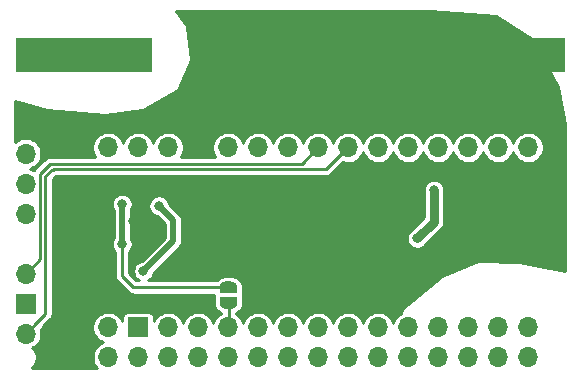
<source format=gbr>
G04 #@! TF.GenerationSoftware,KiCad,Pcbnew,5.1.5+dfsg1-2build2*
G04 #@! TF.CreationDate,2021-06-15T05:03:55+02:00*
G04 #@! TF.ProjectId,circuit9,63697263-7569-4743-992e-6b696361645f,rev?*
G04 #@! TF.SameCoordinates,Original*
G04 #@! TF.FileFunction,Copper,L2,Bot*
G04 #@! TF.FilePolarity,Positive*
%FSLAX46Y46*%
G04 Gerber Fmt 4.6, Leading zero omitted, Abs format (unit mm)*
G04 Created by KiCad (PCBNEW 5.1.5+dfsg1-2build2) date 2021-06-15 05:03:55*
%MOMM*%
%LPD*%
G04 APERTURE LIST*
%ADD10O,1.700000X1.700000*%
%ADD11R,1.700000X1.700000*%
%ADD12R,6.000000X3.000000*%
%ADD13C,0.100000*%
%ADD14C,0.800000*%
%ADD15C,1.000000*%
%ADD16C,0.500000*%
%ADD17C,0.250000*%
%ADD18C,0.800000*%
%ADD19C,0.254000*%
G04 APERTURE END LIST*
D10*
X67056000Y-50457100D03*
X64516000Y-50457100D03*
X61976000Y-50457100D03*
X59436000Y-50457100D03*
X56896000Y-50457100D03*
X54356000Y-50457100D03*
X51816000Y-50457100D03*
X49276000Y-50457100D03*
X46736000Y-50457100D03*
X44196000Y-50457100D03*
X41656000Y-50457100D03*
X39116000Y-50457100D03*
X36576000Y-50457100D03*
D11*
X34036000Y-50457100D03*
D10*
X31496000Y-50457100D03*
X67056000Y-35217100D03*
X64516000Y-35217100D03*
X61976000Y-35217100D03*
X59436000Y-35217100D03*
X56896000Y-35217100D03*
X54356000Y-35217100D03*
X51816000Y-35217100D03*
X49276000Y-35217100D03*
X46736000Y-35217100D03*
X44196000Y-35217100D03*
X41656000Y-35217100D03*
D11*
X39116000Y-35217100D03*
D10*
X36576000Y-35217100D03*
X34036000Y-35217100D03*
X31496000Y-35217100D03*
D12*
X61624400Y-27355800D03*
X32224400Y-27355800D03*
X67224400Y-27355800D03*
X26624400Y-27355800D03*
D10*
X24521160Y-40815260D03*
X24521160Y-38275260D03*
X24521160Y-35735260D03*
G04 #@! TA.AperFunction,SMDPad,CuDef*
D13*
G36*
X42431400Y-47866440D02*
G01*
X42431400Y-48366440D01*
X42430798Y-48366440D01*
X42430798Y-48390974D01*
X42425988Y-48439805D01*
X42416416Y-48487930D01*
X42402172Y-48534885D01*
X42383395Y-48580218D01*
X42360264Y-48623491D01*
X42333004Y-48664290D01*
X42301876Y-48702219D01*
X42267179Y-48736916D01*
X42229250Y-48768044D01*
X42188451Y-48795304D01*
X42145178Y-48818435D01*
X42099845Y-48837212D01*
X42052890Y-48851456D01*
X42004765Y-48861028D01*
X41955934Y-48865838D01*
X41931400Y-48865838D01*
X41931400Y-48866440D01*
X41431400Y-48866440D01*
X41431400Y-48865838D01*
X41406866Y-48865838D01*
X41358035Y-48861028D01*
X41309910Y-48851456D01*
X41262955Y-48837212D01*
X41217622Y-48818435D01*
X41174349Y-48795304D01*
X41133550Y-48768044D01*
X41095621Y-48736916D01*
X41060924Y-48702219D01*
X41029796Y-48664290D01*
X41002536Y-48623491D01*
X40979405Y-48580218D01*
X40960628Y-48534885D01*
X40946384Y-48487930D01*
X40936812Y-48439805D01*
X40932002Y-48390974D01*
X40932002Y-48366440D01*
X40931400Y-48366440D01*
X40931400Y-47866440D01*
X42431400Y-47866440D01*
G37*
G04 #@! TD.AperFunction*
G04 #@! TA.AperFunction,SMDPad,CuDef*
G36*
X40932002Y-47066440D02*
G01*
X40932002Y-47041906D01*
X40936812Y-46993075D01*
X40946384Y-46944950D01*
X40960628Y-46897995D01*
X40979405Y-46852662D01*
X41002536Y-46809389D01*
X41029796Y-46768590D01*
X41060924Y-46730661D01*
X41095621Y-46695964D01*
X41133550Y-46664836D01*
X41174349Y-46637576D01*
X41217622Y-46614445D01*
X41262955Y-46595668D01*
X41309910Y-46581424D01*
X41358035Y-46571852D01*
X41406866Y-46567042D01*
X41431400Y-46567042D01*
X41431400Y-46566440D01*
X41931400Y-46566440D01*
X41931400Y-46567042D01*
X41955934Y-46567042D01*
X42004765Y-46571852D01*
X42052890Y-46581424D01*
X42099845Y-46595668D01*
X42145178Y-46614445D01*
X42188451Y-46637576D01*
X42229250Y-46664836D01*
X42267179Y-46695964D01*
X42301876Y-46730661D01*
X42333004Y-46768590D01*
X42360264Y-46809389D01*
X42383395Y-46852662D01*
X42402172Y-46897995D01*
X42416416Y-46944950D01*
X42425988Y-46993075D01*
X42430798Y-47041906D01*
X42430798Y-47066440D01*
X42431400Y-47066440D01*
X42431400Y-47566440D01*
X40931400Y-47566440D01*
X40931400Y-47066440D01*
X40932002Y-47066440D01*
G37*
G04 #@! TD.AperFunction*
D10*
X24528780Y-45892720D03*
D11*
X24528780Y-48432720D03*
D10*
X24528780Y-50972720D03*
X67063620Y-52984400D03*
X64523620Y-52984400D03*
X61983620Y-52984400D03*
X59443620Y-52984400D03*
X56903620Y-52984400D03*
X54363620Y-52984400D03*
X51823620Y-52984400D03*
X49283620Y-52984400D03*
X46743620Y-52984400D03*
X44203620Y-52984400D03*
X41663620Y-52984400D03*
X39123620Y-52984400D03*
X36583620Y-52984400D03*
X34043620Y-52984400D03*
X31503620Y-52984400D03*
D11*
X28963620Y-52984400D03*
X26423620Y-52984400D03*
D14*
X30332680Y-41910000D03*
X31186120Y-41904920D03*
X63931800Y-38836600D03*
X28917900Y-41899840D03*
X28079700Y-41899840D03*
X34767520Y-41473120D03*
X33639760Y-41462960D03*
X36009580Y-42621200D03*
X57302400Y-44678600D03*
X56286400Y-44678600D03*
X35778440Y-40147240D03*
X34490660Y-45674280D03*
X59093100Y-38823900D03*
X57658000Y-42926000D03*
X32697600Y-40005000D03*
X32697600Y-43400800D03*
D15*
X68123562Y-28487819D02*
X68169724Y-28417904D01*
X67806995Y-28804386D02*
X68123562Y-28487819D01*
X62072986Y-28804386D02*
X67806995Y-28804386D01*
X60624400Y-27355800D02*
X62072986Y-28804386D01*
X33224400Y-27355800D02*
X25624400Y-27355800D01*
D16*
X35778440Y-40147240D02*
X37005260Y-41374060D01*
X37005260Y-43159680D02*
X34490660Y-45674280D01*
X37005260Y-41374060D02*
X37005260Y-43159680D01*
D17*
X41691560Y-48208720D02*
X41691560Y-50274220D01*
D18*
X59093100Y-38823900D02*
X59093100Y-41490900D01*
X59093100Y-41490900D02*
X57658000Y-42926000D01*
X57658000Y-42926000D02*
X57658000Y-42926000D01*
D17*
X47889160Y-36603940D02*
X26576020Y-36603940D01*
X49276000Y-35217100D02*
X47889160Y-36603940D01*
X26576020Y-36603940D02*
X25742900Y-37437060D01*
X25742900Y-44678600D02*
X24528780Y-45892720D01*
X25742900Y-37437060D02*
X25742900Y-44678600D01*
X51816000Y-35217100D02*
X49962150Y-37070950D01*
X26854720Y-37109400D02*
X26706970Y-37109400D01*
X26893170Y-37070950D02*
X26854720Y-37109400D01*
X49962150Y-37070950D02*
X26893170Y-37070950D01*
X25378779Y-50122721D02*
X24528780Y-50972720D01*
X26192910Y-49308590D02*
X25378779Y-50122721D01*
X26192910Y-37623460D02*
X26192910Y-49308590D01*
X26706970Y-37109400D02*
X26192910Y-37623460D01*
D16*
X32697600Y-40403600D02*
X32697600Y-43400800D01*
D17*
X41681400Y-47066440D02*
X33632140Y-47066440D01*
X32697600Y-46131900D02*
X33632140Y-47066440D01*
X32697600Y-43400800D02*
X32697600Y-46131900D01*
D16*
X32697600Y-40005000D02*
X32697600Y-40403600D01*
D19*
G36*
X64358926Y-24088904D02*
G01*
X67353834Y-26073031D01*
X67549053Y-26422889D01*
X67532056Y-26415849D01*
X67317685Y-26373208D01*
X67099115Y-26373208D01*
X66884744Y-26415849D01*
X66682811Y-26499492D01*
X66501076Y-26620923D01*
X66346523Y-26775476D01*
X66225092Y-26957211D01*
X66141449Y-27159144D01*
X66098808Y-27373515D01*
X66098808Y-27592085D01*
X66141449Y-27806456D01*
X66225092Y-28008389D01*
X66346523Y-28190124D01*
X66501076Y-28344677D01*
X66682811Y-28466108D01*
X66884744Y-28549751D01*
X67099115Y-28592392D01*
X67317685Y-28592392D01*
X67532056Y-28549751D01*
X67733989Y-28466108D01*
X67915724Y-28344677D01*
X68070277Y-28190124D01*
X68191708Y-28008389D01*
X68275351Y-27806456D01*
X68287367Y-27746048D01*
X69589597Y-30079820D01*
X70212000Y-33233760D01*
X70212001Y-45694101D01*
X66314052Y-44907172D01*
X66290824Y-44904674D01*
X62902464Y-44853874D01*
X62877654Y-44855943D01*
X62853444Y-44862923D01*
X59795284Y-46084663D01*
X59773181Y-46096121D01*
X59761133Y-46105005D01*
X56421033Y-48886305D01*
X56403555Y-48904035D01*
X56389871Y-48924834D01*
X56380508Y-48947903D01*
X56376572Y-48965973D01*
X56335666Y-49252864D01*
X56267430Y-49281128D01*
X56050087Y-49426352D01*
X55865252Y-49611187D01*
X55720028Y-49828530D01*
X55626000Y-50055533D01*
X55531972Y-49828530D01*
X55386748Y-49611187D01*
X55201913Y-49426352D01*
X54984570Y-49281128D01*
X54743072Y-49181096D01*
X54486698Y-49130100D01*
X54225302Y-49130100D01*
X53968928Y-49181096D01*
X53727430Y-49281128D01*
X53510087Y-49426352D01*
X53325252Y-49611187D01*
X53180028Y-49828530D01*
X53086000Y-50055533D01*
X52991972Y-49828530D01*
X52846748Y-49611187D01*
X52661913Y-49426352D01*
X52444570Y-49281128D01*
X52203072Y-49181096D01*
X51946698Y-49130100D01*
X51685302Y-49130100D01*
X51428928Y-49181096D01*
X51187430Y-49281128D01*
X50970087Y-49426352D01*
X50785252Y-49611187D01*
X50640028Y-49828530D01*
X50546000Y-50055533D01*
X50451972Y-49828530D01*
X50306748Y-49611187D01*
X50121913Y-49426352D01*
X49904570Y-49281128D01*
X49663072Y-49181096D01*
X49406698Y-49130100D01*
X49145302Y-49130100D01*
X48888928Y-49181096D01*
X48647430Y-49281128D01*
X48430087Y-49426352D01*
X48245252Y-49611187D01*
X48100028Y-49828530D01*
X48006000Y-50055533D01*
X47911972Y-49828530D01*
X47766748Y-49611187D01*
X47581913Y-49426352D01*
X47364570Y-49281128D01*
X47123072Y-49181096D01*
X46866698Y-49130100D01*
X46605302Y-49130100D01*
X46348928Y-49181096D01*
X46107430Y-49281128D01*
X45890087Y-49426352D01*
X45705252Y-49611187D01*
X45560028Y-49828530D01*
X45466000Y-50055533D01*
X45371972Y-49828530D01*
X45226748Y-49611187D01*
X45041913Y-49426352D01*
X44824570Y-49281128D01*
X44583072Y-49181096D01*
X44326698Y-49130100D01*
X44065302Y-49130100D01*
X43808928Y-49181096D01*
X43567430Y-49281128D01*
X43350087Y-49426352D01*
X43165252Y-49611187D01*
X43020028Y-49828530D01*
X42926000Y-50055533D01*
X42831972Y-49828530D01*
X42686748Y-49611187D01*
X42501913Y-49426352D01*
X42293560Y-49287135D01*
X42293560Y-49273818D01*
X42350519Y-49250225D01*
X42433388Y-49205931D01*
X42514887Y-49151475D01*
X42587519Y-49091867D01*
X42656827Y-49022559D01*
X42716435Y-48949927D01*
X42770891Y-48868428D01*
X42815185Y-48785559D01*
X42852694Y-48695003D01*
X42879968Y-48605090D01*
X42899090Y-48508957D01*
X42908300Y-48415449D01*
X42908300Y-48390888D01*
X42910708Y-48366440D01*
X42910708Y-47866440D01*
X42901498Y-47772932D01*
X42884362Y-47716440D01*
X42901498Y-47659948D01*
X42910708Y-47566440D01*
X42910708Y-47066440D01*
X42908300Y-47041992D01*
X42908300Y-47017431D01*
X42899090Y-46923923D01*
X42879968Y-46827790D01*
X42852694Y-46737877D01*
X42815185Y-46647321D01*
X42770891Y-46564452D01*
X42716435Y-46482953D01*
X42656827Y-46410321D01*
X42587519Y-46341013D01*
X42514887Y-46281405D01*
X42433388Y-46226949D01*
X42350519Y-46182655D01*
X42259963Y-46145146D01*
X42170050Y-46117872D01*
X42073917Y-46098750D01*
X41980409Y-46089540D01*
X41955848Y-46089540D01*
X41931400Y-46087132D01*
X41431400Y-46087132D01*
X41406952Y-46089540D01*
X41382391Y-46089540D01*
X41288883Y-46098750D01*
X41192750Y-46117872D01*
X41102837Y-46145146D01*
X41012281Y-46182655D01*
X40929412Y-46226949D01*
X40847913Y-46281405D01*
X40775281Y-46341013D01*
X40705973Y-46410321D01*
X40661558Y-46464440D01*
X34874755Y-46464440D01*
X34906075Y-46451467D01*
X35049715Y-46355490D01*
X35171870Y-46233335D01*
X35267847Y-46089695D01*
X35333957Y-45930091D01*
X35351581Y-45841491D01*
X37494072Y-43699001D01*
X37521814Y-43676234D01*
X37612663Y-43565533D01*
X37680170Y-43439237D01*
X37721740Y-43302197D01*
X37732260Y-43195388D01*
X37732260Y-43195386D01*
X37735777Y-43159681D01*
X37732260Y-43123975D01*
X37732260Y-42926000D01*
X56776757Y-42926000D01*
X56781000Y-42969079D01*
X56781000Y-43012377D01*
X56789447Y-43054842D01*
X56793690Y-43097922D01*
X56806256Y-43139348D01*
X56814703Y-43181811D01*
X56831271Y-43221811D01*
X56843838Y-43263237D01*
X56864245Y-43301415D01*
X56880813Y-43341415D01*
X56904866Y-43377413D01*
X56925273Y-43415592D01*
X56952737Y-43449057D01*
X56976790Y-43485055D01*
X57007403Y-43515668D01*
X57034867Y-43549133D01*
X57068332Y-43576597D01*
X57098945Y-43607210D01*
X57134943Y-43631263D01*
X57168408Y-43658727D01*
X57206587Y-43679134D01*
X57242585Y-43703187D01*
X57282585Y-43719755D01*
X57320763Y-43740162D01*
X57362189Y-43752729D01*
X57402189Y-43769297D01*
X57444653Y-43777744D01*
X57486078Y-43790310D01*
X57529158Y-43794553D01*
X57571623Y-43803000D01*
X57614921Y-43803000D01*
X57658000Y-43807243D01*
X57701079Y-43803000D01*
X57744377Y-43803000D01*
X57786842Y-43794553D01*
X57829922Y-43790310D01*
X57871348Y-43777744D01*
X57913811Y-43769297D01*
X57953811Y-43752729D01*
X57995237Y-43740162D01*
X58033415Y-43719755D01*
X58073415Y-43703187D01*
X58109413Y-43679134D01*
X58147592Y-43658727D01*
X58181057Y-43631263D01*
X58217055Y-43607210D01*
X58247668Y-43576597D01*
X58281133Y-43549133D01*
X58308597Y-43515668D01*
X58339210Y-43485055D01*
X59682774Y-42141492D01*
X59716233Y-42114033D01*
X59825827Y-41980492D01*
X59907262Y-41828137D01*
X59957410Y-41662822D01*
X59957573Y-41661173D01*
X59974343Y-41490900D01*
X59970100Y-41447821D01*
X59970100Y-38737523D01*
X59961653Y-38695058D01*
X59957410Y-38651978D01*
X59944844Y-38610552D01*
X59936397Y-38568089D01*
X59919829Y-38528089D01*
X59907262Y-38486663D01*
X59886855Y-38448485D01*
X59870287Y-38408485D01*
X59846234Y-38372487D01*
X59825827Y-38334308D01*
X59798363Y-38300843D01*
X59774310Y-38264845D01*
X59743697Y-38234232D01*
X59716233Y-38200767D01*
X59682769Y-38173304D01*
X59652155Y-38142690D01*
X59616153Y-38118634D01*
X59582691Y-38091173D01*
X59544517Y-38070769D01*
X59508515Y-38046713D01*
X59468511Y-38030143D01*
X59430336Y-38009738D01*
X59388914Y-37997173D01*
X59348911Y-37980603D01*
X59306445Y-37972156D01*
X59265021Y-37959590D01*
X59221943Y-37955347D01*
X59179477Y-37946900D01*
X59136179Y-37946900D01*
X59093100Y-37942657D01*
X59050021Y-37946900D01*
X59006723Y-37946900D01*
X58964258Y-37955347D01*
X58921178Y-37959590D01*
X58879752Y-37972156D01*
X58837289Y-37980603D01*
X58797289Y-37997171D01*
X58755863Y-38009738D01*
X58717685Y-38030145D01*
X58677685Y-38046713D01*
X58641687Y-38070766D01*
X58603508Y-38091173D01*
X58570043Y-38118637D01*
X58534045Y-38142690D01*
X58503432Y-38173303D01*
X58469967Y-38200767D01*
X58442504Y-38234231D01*
X58411890Y-38264845D01*
X58387834Y-38300847D01*
X58360373Y-38334309D01*
X58339969Y-38372483D01*
X58315913Y-38408485D01*
X58299343Y-38448489D01*
X58278938Y-38486664D01*
X58266373Y-38528086D01*
X58249803Y-38568089D01*
X58241356Y-38610555D01*
X58228790Y-38651979D01*
X58224547Y-38695057D01*
X58216100Y-38737523D01*
X58216100Y-38780822D01*
X58216101Y-41127633D01*
X57098945Y-42244790D01*
X57068332Y-42275403D01*
X57034867Y-42302867D01*
X57007406Y-42336329D01*
X56976790Y-42366945D01*
X56952737Y-42402943D01*
X56925273Y-42436408D01*
X56904866Y-42474587D01*
X56880813Y-42510585D01*
X56864245Y-42550585D01*
X56843838Y-42588763D01*
X56831271Y-42630189D01*
X56814703Y-42670189D01*
X56806256Y-42712652D01*
X56793690Y-42754078D01*
X56789447Y-42797158D01*
X56781000Y-42839623D01*
X56781000Y-42882921D01*
X56776757Y-42926000D01*
X37732260Y-42926000D01*
X37732260Y-41409765D01*
X37735777Y-41374059D01*
X37732260Y-41338352D01*
X37721740Y-41231543D01*
X37680170Y-41094503D01*
X37612663Y-40968207D01*
X37521813Y-40857506D01*
X37494076Y-40834743D01*
X36639361Y-39980028D01*
X36621737Y-39891429D01*
X36555627Y-39731825D01*
X36459650Y-39588185D01*
X36337495Y-39466030D01*
X36193855Y-39370053D01*
X36034251Y-39303943D01*
X35864817Y-39270240D01*
X35692063Y-39270240D01*
X35522629Y-39303943D01*
X35363025Y-39370053D01*
X35219385Y-39466030D01*
X35097230Y-39588185D01*
X35001253Y-39731825D01*
X34935143Y-39891429D01*
X34901440Y-40060863D01*
X34901440Y-40233617D01*
X34935143Y-40403051D01*
X35001253Y-40562655D01*
X35097230Y-40706295D01*
X35219385Y-40828450D01*
X35363025Y-40924427D01*
X35522629Y-40990537D01*
X35611228Y-41008161D01*
X36278260Y-41675193D01*
X36278261Y-42858546D01*
X34323449Y-44813359D01*
X34234849Y-44830983D01*
X34075245Y-44897093D01*
X33931605Y-44993070D01*
X33809450Y-45115225D01*
X33713473Y-45258865D01*
X33647363Y-45418469D01*
X33613660Y-45587903D01*
X33613660Y-45760657D01*
X33647363Y-45930091D01*
X33713473Y-46089695D01*
X33809450Y-46233335D01*
X33931605Y-46355490D01*
X34075245Y-46451467D01*
X34106565Y-46464440D01*
X33881497Y-46464440D01*
X33299600Y-45882545D01*
X33299600Y-44039065D01*
X33378810Y-43959855D01*
X33474787Y-43816215D01*
X33540897Y-43656611D01*
X33574600Y-43487177D01*
X33574600Y-43314423D01*
X33540897Y-43144989D01*
X33474787Y-42985385D01*
X33424600Y-42910275D01*
X33424600Y-40495525D01*
X33474787Y-40420415D01*
X33540897Y-40260811D01*
X33574600Y-40091377D01*
X33574600Y-39918623D01*
X33540897Y-39749189D01*
X33474787Y-39589585D01*
X33378810Y-39445945D01*
X33256655Y-39323790D01*
X33113015Y-39227813D01*
X32953411Y-39161703D01*
X32783977Y-39128000D01*
X32611223Y-39128000D01*
X32441789Y-39161703D01*
X32282185Y-39227813D01*
X32138545Y-39323790D01*
X32016390Y-39445945D01*
X31920413Y-39589585D01*
X31854303Y-39749189D01*
X31820600Y-39918623D01*
X31820600Y-40091377D01*
X31854303Y-40260811D01*
X31920413Y-40420415D01*
X31970600Y-40495525D01*
X31970601Y-42910273D01*
X31920413Y-42985385D01*
X31854303Y-43144989D01*
X31820600Y-43314423D01*
X31820600Y-43487177D01*
X31854303Y-43656611D01*
X31920413Y-43816215D01*
X32016390Y-43959855D01*
X32095600Y-44039065D01*
X32095601Y-46102334D01*
X32092689Y-46131900D01*
X32104312Y-46249912D01*
X32138734Y-46363389D01*
X32194635Y-46467971D01*
X32218977Y-46497631D01*
X32269864Y-46559637D01*
X32292829Y-46578484D01*
X33185560Y-47471217D01*
X33204403Y-47494177D01*
X33227363Y-47513020D01*
X33227367Y-47513024D01*
X33283056Y-47558726D01*
X33296069Y-47569406D01*
X33400650Y-47625306D01*
X33514128Y-47659729D01*
X33602574Y-47668440D01*
X33602583Y-47668440D01*
X33632139Y-47671351D01*
X33661696Y-47668440D01*
X40463878Y-47668440D01*
X40478438Y-47716440D01*
X40461302Y-47772932D01*
X40452092Y-47866440D01*
X40452092Y-48366440D01*
X40454500Y-48390888D01*
X40454500Y-48415449D01*
X40463710Y-48508957D01*
X40482832Y-48605090D01*
X40510106Y-48695003D01*
X40547615Y-48785559D01*
X40591909Y-48868428D01*
X40646365Y-48949927D01*
X40705973Y-49022559D01*
X40775281Y-49091867D01*
X40847913Y-49151475D01*
X40929412Y-49205931D01*
X41012281Y-49250225D01*
X41057159Y-49268814D01*
X41027430Y-49281128D01*
X40810087Y-49426352D01*
X40625252Y-49611187D01*
X40480028Y-49828530D01*
X40386000Y-50055533D01*
X40291972Y-49828530D01*
X40146748Y-49611187D01*
X39961913Y-49426352D01*
X39744570Y-49281128D01*
X39503072Y-49181096D01*
X39246698Y-49130100D01*
X38985302Y-49130100D01*
X38728928Y-49181096D01*
X38487430Y-49281128D01*
X38270087Y-49426352D01*
X38085252Y-49611187D01*
X37940028Y-49828530D01*
X37846000Y-50055533D01*
X37751972Y-49828530D01*
X37606748Y-49611187D01*
X37421913Y-49426352D01*
X37204570Y-49281128D01*
X36963072Y-49181096D01*
X36706698Y-49130100D01*
X36445302Y-49130100D01*
X36188928Y-49181096D01*
X35947430Y-49281128D01*
X35730087Y-49426352D01*
X35545252Y-49611187D01*
X35400028Y-49828530D01*
X35365307Y-49912354D01*
X35365307Y-49607100D01*
X35356097Y-49513592D01*
X35328822Y-49423677D01*
X35284529Y-49340811D01*
X35224921Y-49268179D01*
X35152289Y-49208571D01*
X35069423Y-49164278D01*
X34979508Y-49137003D01*
X34886000Y-49127793D01*
X33186000Y-49127793D01*
X33092492Y-49137003D01*
X33002577Y-49164278D01*
X32919711Y-49208571D01*
X32847079Y-49268179D01*
X32787471Y-49340811D01*
X32743178Y-49423677D01*
X32715903Y-49513592D01*
X32706693Y-49607100D01*
X32706693Y-49912354D01*
X32671972Y-49828530D01*
X32526748Y-49611187D01*
X32341913Y-49426352D01*
X32124570Y-49281128D01*
X31883072Y-49181096D01*
X31626698Y-49130100D01*
X31365302Y-49130100D01*
X31108928Y-49181096D01*
X30867430Y-49281128D01*
X30650087Y-49426352D01*
X30465252Y-49611187D01*
X30320028Y-49828530D01*
X30219996Y-50070028D01*
X30169000Y-50326402D01*
X30169000Y-50587798D01*
X30219996Y-50844172D01*
X30320028Y-51085670D01*
X30465252Y-51303013D01*
X30650087Y-51487848D01*
X30867430Y-51633072D01*
X31082913Y-51722328D01*
X30875050Y-51808428D01*
X30657707Y-51953652D01*
X30472872Y-52138487D01*
X30327648Y-52355830D01*
X30227616Y-52597328D01*
X30176620Y-52853702D01*
X30176620Y-53115098D01*
X30227616Y-53371472D01*
X30327648Y-53612970D01*
X30472872Y-53830313D01*
X30573159Y-53930600D01*
X25082894Y-53930600D01*
X25076516Y-53801124D01*
X25185916Y-53691724D01*
X25307347Y-53509989D01*
X25390990Y-53308056D01*
X25433631Y-53093685D01*
X25433631Y-52875115D01*
X25390990Y-52660744D01*
X25307347Y-52458811D01*
X25185916Y-52277076D01*
X25086768Y-52177928D01*
X25157350Y-52148692D01*
X25374693Y-52003468D01*
X25559528Y-51818633D01*
X25704752Y-51601290D01*
X25804784Y-51359792D01*
X25855780Y-51103418D01*
X25855780Y-50842022D01*
X25815294Y-50638483D01*
X26077408Y-50275447D01*
X26597687Y-49755170D01*
X26620647Y-49736327D01*
X26639490Y-49713367D01*
X26639494Y-49713363D01*
X26695875Y-49644662D01*
X26751776Y-49540080D01*
X26759811Y-49513592D01*
X26786199Y-49426602D01*
X26794910Y-49338156D01*
X26794910Y-49338147D01*
X26797821Y-49308591D01*
X26794910Y-49279034D01*
X26794910Y-37872815D01*
X26964196Y-37703530D01*
X26972732Y-37702689D01*
X27070769Y-37672950D01*
X49932594Y-37672950D01*
X49962150Y-37675861D01*
X49991706Y-37672950D01*
X49991716Y-37672950D01*
X50080162Y-37664239D01*
X50193640Y-37629816D01*
X50298221Y-37573916D01*
X50389887Y-37498687D01*
X50408739Y-37475716D01*
X51402357Y-36482098D01*
X51428928Y-36493104D01*
X51685302Y-36544100D01*
X51946698Y-36544100D01*
X52203072Y-36493104D01*
X52444570Y-36393072D01*
X52661913Y-36247848D01*
X52846748Y-36063013D01*
X52991972Y-35845670D01*
X53086000Y-35618667D01*
X53180028Y-35845670D01*
X53325252Y-36063013D01*
X53510087Y-36247848D01*
X53727430Y-36393072D01*
X53968928Y-36493104D01*
X54225302Y-36544100D01*
X54486698Y-36544100D01*
X54743072Y-36493104D01*
X54984570Y-36393072D01*
X55201913Y-36247848D01*
X55386748Y-36063013D01*
X55531972Y-35845670D01*
X55626000Y-35618667D01*
X55720028Y-35845670D01*
X55865252Y-36063013D01*
X56050087Y-36247848D01*
X56267430Y-36393072D01*
X56508928Y-36493104D01*
X56765302Y-36544100D01*
X57026698Y-36544100D01*
X57283072Y-36493104D01*
X57524570Y-36393072D01*
X57741913Y-36247848D01*
X57926748Y-36063013D01*
X58071972Y-35845670D01*
X58166000Y-35618667D01*
X58260028Y-35845670D01*
X58405252Y-36063013D01*
X58590087Y-36247848D01*
X58807430Y-36393072D01*
X59048928Y-36493104D01*
X59305302Y-36544100D01*
X59566698Y-36544100D01*
X59823072Y-36493104D01*
X60064570Y-36393072D01*
X60281913Y-36247848D01*
X60466748Y-36063013D01*
X60611972Y-35845670D01*
X60706000Y-35618667D01*
X60800028Y-35845670D01*
X60945252Y-36063013D01*
X61130087Y-36247848D01*
X61347430Y-36393072D01*
X61588928Y-36493104D01*
X61845302Y-36544100D01*
X62106698Y-36544100D01*
X62363072Y-36493104D01*
X62604570Y-36393072D01*
X62821913Y-36247848D01*
X63006748Y-36063013D01*
X63151972Y-35845670D01*
X63246000Y-35618667D01*
X63340028Y-35845670D01*
X63485252Y-36063013D01*
X63670087Y-36247848D01*
X63887430Y-36393072D01*
X64128928Y-36493104D01*
X64385302Y-36544100D01*
X64646698Y-36544100D01*
X64903072Y-36493104D01*
X65144570Y-36393072D01*
X65361913Y-36247848D01*
X65546748Y-36063013D01*
X65691972Y-35845670D01*
X65786000Y-35618667D01*
X65880028Y-35845670D01*
X66025252Y-36063013D01*
X66210087Y-36247848D01*
X66427430Y-36393072D01*
X66668928Y-36493104D01*
X66925302Y-36544100D01*
X67186698Y-36544100D01*
X67443072Y-36493104D01*
X67684570Y-36393072D01*
X67901913Y-36247848D01*
X68086748Y-36063013D01*
X68231972Y-35845670D01*
X68332004Y-35604172D01*
X68383000Y-35347798D01*
X68383000Y-35086402D01*
X68332004Y-34830028D01*
X68231972Y-34588530D01*
X68086748Y-34371187D01*
X67901913Y-34186352D01*
X67684570Y-34041128D01*
X67443072Y-33941096D01*
X67186698Y-33890100D01*
X66925302Y-33890100D01*
X66668928Y-33941096D01*
X66427430Y-34041128D01*
X66210087Y-34186352D01*
X66025252Y-34371187D01*
X65880028Y-34588530D01*
X65786000Y-34815533D01*
X65691972Y-34588530D01*
X65546748Y-34371187D01*
X65361913Y-34186352D01*
X65144570Y-34041128D01*
X64903072Y-33941096D01*
X64646698Y-33890100D01*
X64385302Y-33890100D01*
X64128928Y-33941096D01*
X63887430Y-34041128D01*
X63670087Y-34186352D01*
X63485252Y-34371187D01*
X63340028Y-34588530D01*
X63246000Y-34815533D01*
X63151972Y-34588530D01*
X63006748Y-34371187D01*
X62821913Y-34186352D01*
X62604570Y-34041128D01*
X62363072Y-33941096D01*
X62106698Y-33890100D01*
X61845302Y-33890100D01*
X61588928Y-33941096D01*
X61347430Y-34041128D01*
X61130087Y-34186352D01*
X60945252Y-34371187D01*
X60800028Y-34588530D01*
X60706000Y-34815533D01*
X60611972Y-34588530D01*
X60466748Y-34371187D01*
X60281913Y-34186352D01*
X60064570Y-34041128D01*
X59823072Y-33941096D01*
X59566698Y-33890100D01*
X59305302Y-33890100D01*
X59048928Y-33941096D01*
X58807430Y-34041128D01*
X58590087Y-34186352D01*
X58405252Y-34371187D01*
X58260028Y-34588530D01*
X58166000Y-34815533D01*
X58071972Y-34588530D01*
X57926748Y-34371187D01*
X57741913Y-34186352D01*
X57524570Y-34041128D01*
X57283072Y-33941096D01*
X57026698Y-33890100D01*
X56765302Y-33890100D01*
X56508928Y-33941096D01*
X56267430Y-34041128D01*
X56050087Y-34186352D01*
X55865252Y-34371187D01*
X55720028Y-34588530D01*
X55626000Y-34815533D01*
X55531972Y-34588530D01*
X55386748Y-34371187D01*
X55201913Y-34186352D01*
X54984570Y-34041128D01*
X54743072Y-33941096D01*
X54486698Y-33890100D01*
X54225302Y-33890100D01*
X53968928Y-33941096D01*
X53727430Y-34041128D01*
X53510087Y-34186352D01*
X53325252Y-34371187D01*
X53180028Y-34588530D01*
X53086000Y-34815533D01*
X52991972Y-34588530D01*
X52846748Y-34371187D01*
X52661913Y-34186352D01*
X52444570Y-34041128D01*
X52203072Y-33941096D01*
X51946698Y-33890100D01*
X51685302Y-33890100D01*
X51428928Y-33941096D01*
X51187430Y-34041128D01*
X50970087Y-34186352D01*
X50785252Y-34371187D01*
X50640028Y-34588530D01*
X50546000Y-34815533D01*
X50451972Y-34588530D01*
X50306748Y-34371187D01*
X50121913Y-34186352D01*
X49904570Y-34041128D01*
X49663072Y-33941096D01*
X49406698Y-33890100D01*
X49145302Y-33890100D01*
X48888928Y-33941096D01*
X48647430Y-34041128D01*
X48430087Y-34186352D01*
X48245252Y-34371187D01*
X48100028Y-34588530D01*
X48006000Y-34815533D01*
X47911972Y-34588530D01*
X47766748Y-34371187D01*
X47581913Y-34186352D01*
X47364570Y-34041128D01*
X47123072Y-33941096D01*
X46866698Y-33890100D01*
X46605302Y-33890100D01*
X46348928Y-33941096D01*
X46107430Y-34041128D01*
X45890087Y-34186352D01*
X45705252Y-34371187D01*
X45560028Y-34588530D01*
X45466000Y-34815533D01*
X45371972Y-34588530D01*
X45226748Y-34371187D01*
X45041913Y-34186352D01*
X44824570Y-34041128D01*
X44583072Y-33941096D01*
X44326698Y-33890100D01*
X44065302Y-33890100D01*
X43808928Y-33941096D01*
X43567430Y-34041128D01*
X43350087Y-34186352D01*
X43165252Y-34371187D01*
X43020028Y-34588530D01*
X42926000Y-34815533D01*
X42831972Y-34588530D01*
X42686748Y-34371187D01*
X42501913Y-34186352D01*
X42284570Y-34041128D01*
X42043072Y-33941096D01*
X41786698Y-33890100D01*
X41525302Y-33890100D01*
X41268928Y-33941096D01*
X41027430Y-34041128D01*
X40810087Y-34186352D01*
X40625252Y-34371187D01*
X40480028Y-34588530D01*
X40379996Y-34830028D01*
X40329000Y-35086402D01*
X40329000Y-35347798D01*
X40379996Y-35604172D01*
X40480028Y-35845670D01*
X40584444Y-36001940D01*
X37647556Y-36001940D01*
X37751972Y-35845670D01*
X37852004Y-35604172D01*
X37903000Y-35347798D01*
X37903000Y-35086402D01*
X37852004Y-34830028D01*
X37751972Y-34588530D01*
X37606748Y-34371187D01*
X37421913Y-34186352D01*
X37204570Y-34041128D01*
X36963072Y-33941096D01*
X36706698Y-33890100D01*
X36445302Y-33890100D01*
X36188928Y-33941096D01*
X35947430Y-34041128D01*
X35730087Y-34186352D01*
X35545252Y-34371187D01*
X35400028Y-34588530D01*
X35306000Y-34815533D01*
X35211972Y-34588530D01*
X35066748Y-34371187D01*
X34881913Y-34186352D01*
X34664570Y-34041128D01*
X34423072Y-33941096D01*
X34166698Y-33890100D01*
X33905302Y-33890100D01*
X33648928Y-33941096D01*
X33407430Y-34041128D01*
X33190087Y-34186352D01*
X33005252Y-34371187D01*
X32860028Y-34588530D01*
X32766000Y-34815533D01*
X32671972Y-34588530D01*
X32526748Y-34371187D01*
X32341913Y-34186352D01*
X32124570Y-34041128D01*
X31883072Y-33941096D01*
X31626698Y-33890100D01*
X31365302Y-33890100D01*
X31108928Y-33941096D01*
X30867430Y-34041128D01*
X30650087Y-34186352D01*
X30465252Y-34371187D01*
X30320028Y-34588530D01*
X30219996Y-34830028D01*
X30169000Y-35086402D01*
X30169000Y-35347798D01*
X30219996Y-35604172D01*
X30320028Y-35845670D01*
X30424444Y-36001940D01*
X26605579Y-36001940D01*
X26576020Y-35999029D01*
X26546461Y-36001940D01*
X26546454Y-36001940D01*
X26469202Y-36009549D01*
X26458007Y-36010651D01*
X26344530Y-36045074D01*
X26239948Y-36100974D01*
X26213924Y-36122332D01*
X26148283Y-36176203D01*
X26129435Y-36199169D01*
X25338134Y-36990471D01*
X25315163Y-37009323D01*
X25239934Y-37100990D01*
X25216866Y-37144147D01*
X25149730Y-37099288D01*
X24922727Y-37005260D01*
X25149730Y-36911232D01*
X25367073Y-36766008D01*
X25551908Y-36581173D01*
X25697132Y-36363830D01*
X25797164Y-36122332D01*
X25848160Y-35865958D01*
X25848160Y-35604562D01*
X25797164Y-35348188D01*
X25697132Y-35106690D01*
X25551908Y-34889347D01*
X25367073Y-34704512D01*
X25149730Y-34559288D01*
X24908232Y-34459256D01*
X24651858Y-34408260D01*
X24390462Y-34408260D01*
X24134088Y-34459256D01*
X23892590Y-34559288D01*
X23675247Y-34704512D01*
X23641000Y-34738759D01*
X23641000Y-31259319D01*
X26292525Y-32069576D01*
X26318587Y-32074638D01*
X31203007Y-32501358D01*
X31232275Y-32500527D01*
X34386955Y-32043327D01*
X34411126Y-32037358D01*
X34430539Y-32028590D01*
X37371859Y-30390290D01*
X37392316Y-30376102D01*
X37409613Y-30358195D01*
X37426338Y-30330412D01*
X38518538Y-27843752D01*
X38526268Y-27820086D01*
X38529232Y-27795367D01*
X38528262Y-27776787D01*
X38175202Y-24977707D01*
X38169680Y-24953431D01*
X38153618Y-24921310D01*
X37267250Y-23641000D01*
X58716337Y-23641000D01*
X64358926Y-24088904D01*
G37*
X64358926Y-24088904D02*
X67353834Y-26073031D01*
X67549053Y-26422889D01*
X67532056Y-26415849D01*
X67317685Y-26373208D01*
X67099115Y-26373208D01*
X66884744Y-26415849D01*
X66682811Y-26499492D01*
X66501076Y-26620923D01*
X66346523Y-26775476D01*
X66225092Y-26957211D01*
X66141449Y-27159144D01*
X66098808Y-27373515D01*
X66098808Y-27592085D01*
X66141449Y-27806456D01*
X66225092Y-28008389D01*
X66346523Y-28190124D01*
X66501076Y-28344677D01*
X66682811Y-28466108D01*
X66884744Y-28549751D01*
X67099115Y-28592392D01*
X67317685Y-28592392D01*
X67532056Y-28549751D01*
X67733989Y-28466108D01*
X67915724Y-28344677D01*
X68070277Y-28190124D01*
X68191708Y-28008389D01*
X68275351Y-27806456D01*
X68287367Y-27746048D01*
X69589597Y-30079820D01*
X70212000Y-33233760D01*
X70212001Y-45694101D01*
X66314052Y-44907172D01*
X66290824Y-44904674D01*
X62902464Y-44853874D01*
X62877654Y-44855943D01*
X62853444Y-44862923D01*
X59795284Y-46084663D01*
X59773181Y-46096121D01*
X59761133Y-46105005D01*
X56421033Y-48886305D01*
X56403555Y-48904035D01*
X56389871Y-48924834D01*
X56380508Y-48947903D01*
X56376572Y-48965973D01*
X56335666Y-49252864D01*
X56267430Y-49281128D01*
X56050087Y-49426352D01*
X55865252Y-49611187D01*
X55720028Y-49828530D01*
X55626000Y-50055533D01*
X55531972Y-49828530D01*
X55386748Y-49611187D01*
X55201913Y-49426352D01*
X54984570Y-49281128D01*
X54743072Y-49181096D01*
X54486698Y-49130100D01*
X54225302Y-49130100D01*
X53968928Y-49181096D01*
X53727430Y-49281128D01*
X53510087Y-49426352D01*
X53325252Y-49611187D01*
X53180028Y-49828530D01*
X53086000Y-50055533D01*
X52991972Y-49828530D01*
X52846748Y-49611187D01*
X52661913Y-49426352D01*
X52444570Y-49281128D01*
X52203072Y-49181096D01*
X51946698Y-49130100D01*
X51685302Y-49130100D01*
X51428928Y-49181096D01*
X51187430Y-49281128D01*
X50970087Y-49426352D01*
X50785252Y-49611187D01*
X50640028Y-49828530D01*
X50546000Y-50055533D01*
X50451972Y-49828530D01*
X50306748Y-49611187D01*
X50121913Y-49426352D01*
X49904570Y-49281128D01*
X49663072Y-49181096D01*
X49406698Y-49130100D01*
X49145302Y-49130100D01*
X48888928Y-49181096D01*
X48647430Y-49281128D01*
X48430087Y-49426352D01*
X48245252Y-49611187D01*
X48100028Y-49828530D01*
X48006000Y-50055533D01*
X47911972Y-49828530D01*
X47766748Y-49611187D01*
X47581913Y-49426352D01*
X47364570Y-49281128D01*
X47123072Y-49181096D01*
X46866698Y-49130100D01*
X46605302Y-49130100D01*
X46348928Y-49181096D01*
X46107430Y-49281128D01*
X45890087Y-49426352D01*
X45705252Y-49611187D01*
X45560028Y-49828530D01*
X45466000Y-50055533D01*
X45371972Y-49828530D01*
X45226748Y-49611187D01*
X45041913Y-49426352D01*
X44824570Y-49281128D01*
X44583072Y-49181096D01*
X44326698Y-49130100D01*
X44065302Y-49130100D01*
X43808928Y-49181096D01*
X43567430Y-49281128D01*
X43350087Y-49426352D01*
X43165252Y-49611187D01*
X43020028Y-49828530D01*
X42926000Y-50055533D01*
X42831972Y-49828530D01*
X42686748Y-49611187D01*
X42501913Y-49426352D01*
X42293560Y-49287135D01*
X42293560Y-49273818D01*
X42350519Y-49250225D01*
X42433388Y-49205931D01*
X42514887Y-49151475D01*
X42587519Y-49091867D01*
X42656827Y-49022559D01*
X42716435Y-48949927D01*
X42770891Y-48868428D01*
X42815185Y-48785559D01*
X42852694Y-48695003D01*
X42879968Y-48605090D01*
X42899090Y-48508957D01*
X42908300Y-48415449D01*
X42908300Y-48390888D01*
X42910708Y-48366440D01*
X42910708Y-47866440D01*
X42901498Y-47772932D01*
X42884362Y-47716440D01*
X42901498Y-47659948D01*
X42910708Y-47566440D01*
X42910708Y-47066440D01*
X42908300Y-47041992D01*
X42908300Y-47017431D01*
X42899090Y-46923923D01*
X42879968Y-46827790D01*
X42852694Y-46737877D01*
X42815185Y-46647321D01*
X42770891Y-46564452D01*
X42716435Y-46482953D01*
X42656827Y-46410321D01*
X42587519Y-46341013D01*
X42514887Y-46281405D01*
X42433388Y-46226949D01*
X42350519Y-46182655D01*
X42259963Y-46145146D01*
X42170050Y-46117872D01*
X42073917Y-46098750D01*
X41980409Y-46089540D01*
X41955848Y-46089540D01*
X41931400Y-46087132D01*
X41431400Y-46087132D01*
X41406952Y-46089540D01*
X41382391Y-46089540D01*
X41288883Y-46098750D01*
X41192750Y-46117872D01*
X41102837Y-46145146D01*
X41012281Y-46182655D01*
X40929412Y-46226949D01*
X40847913Y-46281405D01*
X40775281Y-46341013D01*
X40705973Y-46410321D01*
X40661558Y-46464440D01*
X34874755Y-46464440D01*
X34906075Y-46451467D01*
X35049715Y-46355490D01*
X35171870Y-46233335D01*
X35267847Y-46089695D01*
X35333957Y-45930091D01*
X35351581Y-45841491D01*
X37494072Y-43699001D01*
X37521814Y-43676234D01*
X37612663Y-43565533D01*
X37680170Y-43439237D01*
X37721740Y-43302197D01*
X37732260Y-43195388D01*
X37732260Y-43195386D01*
X37735777Y-43159681D01*
X37732260Y-43123975D01*
X37732260Y-42926000D01*
X56776757Y-42926000D01*
X56781000Y-42969079D01*
X56781000Y-43012377D01*
X56789447Y-43054842D01*
X56793690Y-43097922D01*
X56806256Y-43139348D01*
X56814703Y-43181811D01*
X56831271Y-43221811D01*
X56843838Y-43263237D01*
X56864245Y-43301415D01*
X56880813Y-43341415D01*
X56904866Y-43377413D01*
X56925273Y-43415592D01*
X56952737Y-43449057D01*
X56976790Y-43485055D01*
X57007403Y-43515668D01*
X57034867Y-43549133D01*
X57068332Y-43576597D01*
X57098945Y-43607210D01*
X57134943Y-43631263D01*
X57168408Y-43658727D01*
X57206587Y-43679134D01*
X57242585Y-43703187D01*
X57282585Y-43719755D01*
X57320763Y-43740162D01*
X57362189Y-43752729D01*
X57402189Y-43769297D01*
X57444653Y-43777744D01*
X57486078Y-43790310D01*
X57529158Y-43794553D01*
X57571623Y-43803000D01*
X57614921Y-43803000D01*
X57658000Y-43807243D01*
X57701079Y-43803000D01*
X57744377Y-43803000D01*
X57786842Y-43794553D01*
X57829922Y-43790310D01*
X57871348Y-43777744D01*
X57913811Y-43769297D01*
X57953811Y-43752729D01*
X57995237Y-43740162D01*
X58033415Y-43719755D01*
X58073415Y-43703187D01*
X58109413Y-43679134D01*
X58147592Y-43658727D01*
X58181057Y-43631263D01*
X58217055Y-43607210D01*
X58247668Y-43576597D01*
X58281133Y-43549133D01*
X58308597Y-43515668D01*
X58339210Y-43485055D01*
X59682774Y-42141492D01*
X59716233Y-42114033D01*
X59825827Y-41980492D01*
X59907262Y-41828137D01*
X59957410Y-41662822D01*
X59957573Y-41661173D01*
X59974343Y-41490900D01*
X59970100Y-41447821D01*
X59970100Y-38737523D01*
X59961653Y-38695058D01*
X59957410Y-38651978D01*
X59944844Y-38610552D01*
X59936397Y-38568089D01*
X59919829Y-38528089D01*
X59907262Y-38486663D01*
X59886855Y-38448485D01*
X59870287Y-38408485D01*
X59846234Y-38372487D01*
X59825827Y-38334308D01*
X59798363Y-38300843D01*
X59774310Y-38264845D01*
X59743697Y-38234232D01*
X59716233Y-38200767D01*
X59682769Y-38173304D01*
X59652155Y-38142690D01*
X59616153Y-38118634D01*
X59582691Y-38091173D01*
X59544517Y-38070769D01*
X59508515Y-38046713D01*
X59468511Y-38030143D01*
X59430336Y-38009738D01*
X59388914Y-37997173D01*
X59348911Y-37980603D01*
X59306445Y-37972156D01*
X59265021Y-37959590D01*
X59221943Y-37955347D01*
X59179477Y-37946900D01*
X59136179Y-37946900D01*
X59093100Y-37942657D01*
X59050021Y-37946900D01*
X59006723Y-37946900D01*
X58964258Y-37955347D01*
X58921178Y-37959590D01*
X58879752Y-37972156D01*
X58837289Y-37980603D01*
X58797289Y-37997171D01*
X58755863Y-38009738D01*
X58717685Y-38030145D01*
X58677685Y-38046713D01*
X58641687Y-38070766D01*
X58603508Y-38091173D01*
X58570043Y-38118637D01*
X58534045Y-38142690D01*
X58503432Y-38173303D01*
X58469967Y-38200767D01*
X58442504Y-38234231D01*
X58411890Y-38264845D01*
X58387834Y-38300847D01*
X58360373Y-38334309D01*
X58339969Y-38372483D01*
X58315913Y-38408485D01*
X58299343Y-38448489D01*
X58278938Y-38486664D01*
X58266373Y-38528086D01*
X58249803Y-38568089D01*
X58241356Y-38610555D01*
X58228790Y-38651979D01*
X58224547Y-38695057D01*
X58216100Y-38737523D01*
X58216100Y-38780822D01*
X58216101Y-41127633D01*
X57098945Y-42244790D01*
X57068332Y-42275403D01*
X57034867Y-42302867D01*
X57007406Y-42336329D01*
X56976790Y-42366945D01*
X56952737Y-42402943D01*
X56925273Y-42436408D01*
X56904866Y-42474587D01*
X56880813Y-42510585D01*
X56864245Y-42550585D01*
X56843838Y-42588763D01*
X56831271Y-42630189D01*
X56814703Y-42670189D01*
X56806256Y-42712652D01*
X56793690Y-42754078D01*
X56789447Y-42797158D01*
X56781000Y-42839623D01*
X56781000Y-42882921D01*
X56776757Y-42926000D01*
X37732260Y-42926000D01*
X37732260Y-41409765D01*
X37735777Y-41374059D01*
X37732260Y-41338352D01*
X37721740Y-41231543D01*
X37680170Y-41094503D01*
X37612663Y-40968207D01*
X37521813Y-40857506D01*
X37494076Y-40834743D01*
X36639361Y-39980028D01*
X36621737Y-39891429D01*
X36555627Y-39731825D01*
X36459650Y-39588185D01*
X36337495Y-39466030D01*
X36193855Y-39370053D01*
X36034251Y-39303943D01*
X35864817Y-39270240D01*
X35692063Y-39270240D01*
X35522629Y-39303943D01*
X35363025Y-39370053D01*
X35219385Y-39466030D01*
X35097230Y-39588185D01*
X35001253Y-39731825D01*
X34935143Y-39891429D01*
X34901440Y-40060863D01*
X34901440Y-40233617D01*
X34935143Y-40403051D01*
X35001253Y-40562655D01*
X35097230Y-40706295D01*
X35219385Y-40828450D01*
X35363025Y-40924427D01*
X35522629Y-40990537D01*
X35611228Y-41008161D01*
X36278260Y-41675193D01*
X36278261Y-42858546D01*
X34323449Y-44813359D01*
X34234849Y-44830983D01*
X34075245Y-44897093D01*
X33931605Y-44993070D01*
X33809450Y-45115225D01*
X33713473Y-45258865D01*
X33647363Y-45418469D01*
X33613660Y-45587903D01*
X33613660Y-45760657D01*
X33647363Y-45930091D01*
X33713473Y-46089695D01*
X33809450Y-46233335D01*
X33931605Y-46355490D01*
X34075245Y-46451467D01*
X34106565Y-46464440D01*
X33881497Y-46464440D01*
X33299600Y-45882545D01*
X33299600Y-44039065D01*
X33378810Y-43959855D01*
X33474787Y-43816215D01*
X33540897Y-43656611D01*
X33574600Y-43487177D01*
X33574600Y-43314423D01*
X33540897Y-43144989D01*
X33474787Y-42985385D01*
X33424600Y-42910275D01*
X33424600Y-40495525D01*
X33474787Y-40420415D01*
X33540897Y-40260811D01*
X33574600Y-40091377D01*
X33574600Y-39918623D01*
X33540897Y-39749189D01*
X33474787Y-39589585D01*
X33378810Y-39445945D01*
X33256655Y-39323790D01*
X33113015Y-39227813D01*
X32953411Y-39161703D01*
X32783977Y-39128000D01*
X32611223Y-39128000D01*
X32441789Y-39161703D01*
X32282185Y-39227813D01*
X32138545Y-39323790D01*
X32016390Y-39445945D01*
X31920413Y-39589585D01*
X31854303Y-39749189D01*
X31820600Y-39918623D01*
X31820600Y-40091377D01*
X31854303Y-40260811D01*
X31920413Y-40420415D01*
X31970600Y-40495525D01*
X31970601Y-42910273D01*
X31920413Y-42985385D01*
X31854303Y-43144989D01*
X31820600Y-43314423D01*
X31820600Y-43487177D01*
X31854303Y-43656611D01*
X31920413Y-43816215D01*
X32016390Y-43959855D01*
X32095600Y-44039065D01*
X32095601Y-46102334D01*
X32092689Y-46131900D01*
X32104312Y-46249912D01*
X32138734Y-46363389D01*
X32194635Y-46467971D01*
X32218977Y-46497631D01*
X32269864Y-46559637D01*
X32292829Y-46578484D01*
X33185560Y-47471217D01*
X33204403Y-47494177D01*
X33227363Y-47513020D01*
X33227367Y-47513024D01*
X33283056Y-47558726D01*
X33296069Y-47569406D01*
X33400650Y-47625306D01*
X33514128Y-47659729D01*
X33602574Y-47668440D01*
X33602583Y-47668440D01*
X33632139Y-47671351D01*
X33661696Y-47668440D01*
X40463878Y-47668440D01*
X40478438Y-47716440D01*
X40461302Y-47772932D01*
X40452092Y-47866440D01*
X40452092Y-48366440D01*
X40454500Y-48390888D01*
X40454500Y-48415449D01*
X40463710Y-48508957D01*
X40482832Y-48605090D01*
X40510106Y-48695003D01*
X40547615Y-48785559D01*
X40591909Y-48868428D01*
X40646365Y-48949927D01*
X40705973Y-49022559D01*
X40775281Y-49091867D01*
X40847913Y-49151475D01*
X40929412Y-49205931D01*
X41012281Y-49250225D01*
X41057159Y-49268814D01*
X41027430Y-49281128D01*
X40810087Y-49426352D01*
X40625252Y-49611187D01*
X40480028Y-49828530D01*
X40386000Y-50055533D01*
X40291972Y-49828530D01*
X40146748Y-49611187D01*
X39961913Y-49426352D01*
X39744570Y-49281128D01*
X39503072Y-49181096D01*
X39246698Y-49130100D01*
X38985302Y-49130100D01*
X38728928Y-49181096D01*
X38487430Y-49281128D01*
X38270087Y-49426352D01*
X38085252Y-49611187D01*
X37940028Y-49828530D01*
X37846000Y-50055533D01*
X37751972Y-49828530D01*
X37606748Y-49611187D01*
X37421913Y-49426352D01*
X37204570Y-49281128D01*
X36963072Y-49181096D01*
X36706698Y-49130100D01*
X36445302Y-49130100D01*
X36188928Y-49181096D01*
X35947430Y-49281128D01*
X35730087Y-49426352D01*
X35545252Y-49611187D01*
X35400028Y-49828530D01*
X35365307Y-49912354D01*
X35365307Y-49607100D01*
X35356097Y-49513592D01*
X35328822Y-49423677D01*
X35284529Y-49340811D01*
X35224921Y-49268179D01*
X35152289Y-49208571D01*
X35069423Y-49164278D01*
X34979508Y-49137003D01*
X34886000Y-49127793D01*
X33186000Y-49127793D01*
X33092492Y-49137003D01*
X33002577Y-49164278D01*
X32919711Y-49208571D01*
X32847079Y-49268179D01*
X32787471Y-49340811D01*
X32743178Y-49423677D01*
X32715903Y-49513592D01*
X32706693Y-49607100D01*
X32706693Y-49912354D01*
X32671972Y-49828530D01*
X32526748Y-49611187D01*
X32341913Y-49426352D01*
X32124570Y-49281128D01*
X31883072Y-49181096D01*
X31626698Y-49130100D01*
X31365302Y-49130100D01*
X31108928Y-49181096D01*
X30867430Y-49281128D01*
X30650087Y-49426352D01*
X30465252Y-49611187D01*
X30320028Y-49828530D01*
X30219996Y-50070028D01*
X30169000Y-50326402D01*
X30169000Y-50587798D01*
X30219996Y-50844172D01*
X30320028Y-51085670D01*
X30465252Y-51303013D01*
X30650087Y-51487848D01*
X30867430Y-51633072D01*
X31082913Y-51722328D01*
X30875050Y-51808428D01*
X30657707Y-51953652D01*
X30472872Y-52138487D01*
X30327648Y-52355830D01*
X30227616Y-52597328D01*
X30176620Y-52853702D01*
X30176620Y-53115098D01*
X30227616Y-53371472D01*
X30327648Y-53612970D01*
X30472872Y-53830313D01*
X30573159Y-53930600D01*
X25082894Y-53930600D01*
X25076516Y-53801124D01*
X25185916Y-53691724D01*
X25307347Y-53509989D01*
X25390990Y-53308056D01*
X25433631Y-53093685D01*
X25433631Y-52875115D01*
X25390990Y-52660744D01*
X25307347Y-52458811D01*
X25185916Y-52277076D01*
X25086768Y-52177928D01*
X25157350Y-52148692D01*
X25374693Y-52003468D01*
X25559528Y-51818633D01*
X25704752Y-51601290D01*
X25804784Y-51359792D01*
X25855780Y-51103418D01*
X25855780Y-50842022D01*
X25815294Y-50638483D01*
X26077408Y-50275447D01*
X26597687Y-49755170D01*
X26620647Y-49736327D01*
X26639490Y-49713367D01*
X26639494Y-49713363D01*
X26695875Y-49644662D01*
X26751776Y-49540080D01*
X26759811Y-49513592D01*
X26786199Y-49426602D01*
X26794910Y-49338156D01*
X26794910Y-49338147D01*
X26797821Y-49308591D01*
X26794910Y-49279034D01*
X26794910Y-37872815D01*
X26964196Y-37703530D01*
X26972732Y-37702689D01*
X27070769Y-37672950D01*
X49932594Y-37672950D01*
X49962150Y-37675861D01*
X49991706Y-37672950D01*
X49991716Y-37672950D01*
X50080162Y-37664239D01*
X50193640Y-37629816D01*
X50298221Y-37573916D01*
X50389887Y-37498687D01*
X50408739Y-37475716D01*
X51402357Y-36482098D01*
X51428928Y-36493104D01*
X51685302Y-36544100D01*
X51946698Y-36544100D01*
X52203072Y-36493104D01*
X52444570Y-36393072D01*
X52661913Y-36247848D01*
X52846748Y-36063013D01*
X52991972Y-35845670D01*
X53086000Y-35618667D01*
X53180028Y-35845670D01*
X53325252Y-36063013D01*
X53510087Y-36247848D01*
X53727430Y-36393072D01*
X53968928Y-36493104D01*
X54225302Y-36544100D01*
X54486698Y-36544100D01*
X54743072Y-36493104D01*
X54984570Y-36393072D01*
X55201913Y-36247848D01*
X55386748Y-36063013D01*
X55531972Y-35845670D01*
X55626000Y-35618667D01*
X55720028Y-35845670D01*
X55865252Y-36063013D01*
X56050087Y-36247848D01*
X56267430Y-36393072D01*
X56508928Y-36493104D01*
X56765302Y-36544100D01*
X57026698Y-36544100D01*
X57283072Y-36493104D01*
X57524570Y-36393072D01*
X57741913Y-36247848D01*
X57926748Y-36063013D01*
X58071972Y-35845670D01*
X58166000Y-35618667D01*
X58260028Y-35845670D01*
X58405252Y-36063013D01*
X58590087Y-36247848D01*
X58807430Y-36393072D01*
X59048928Y-36493104D01*
X59305302Y-36544100D01*
X59566698Y-36544100D01*
X59823072Y-36493104D01*
X60064570Y-36393072D01*
X60281913Y-36247848D01*
X60466748Y-36063013D01*
X60611972Y-35845670D01*
X60706000Y-35618667D01*
X60800028Y-35845670D01*
X60945252Y-36063013D01*
X61130087Y-36247848D01*
X61347430Y-36393072D01*
X61588928Y-36493104D01*
X61845302Y-36544100D01*
X62106698Y-36544100D01*
X62363072Y-36493104D01*
X62604570Y-36393072D01*
X62821913Y-36247848D01*
X63006748Y-36063013D01*
X63151972Y-35845670D01*
X63246000Y-35618667D01*
X63340028Y-35845670D01*
X63485252Y-36063013D01*
X63670087Y-36247848D01*
X63887430Y-36393072D01*
X64128928Y-36493104D01*
X64385302Y-36544100D01*
X64646698Y-36544100D01*
X64903072Y-36493104D01*
X65144570Y-36393072D01*
X65361913Y-36247848D01*
X65546748Y-36063013D01*
X65691972Y-35845670D01*
X65786000Y-35618667D01*
X65880028Y-35845670D01*
X66025252Y-36063013D01*
X66210087Y-36247848D01*
X66427430Y-36393072D01*
X66668928Y-36493104D01*
X66925302Y-36544100D01*
X67186698Y-36544100D01*
X67443072Y-36493104D01*
X67684570Y-36393072D01*
X67901913Y-36247848D01*
X68086748Y-36063013D01*
X68231972Y-35845670D01*
X68332004Y-35604172D01*
X68383000Y-35347798D01*
X68383000Y-35086402D01*
X68332004Y-34830028D01*
X68231972Y-34588530D01*
X68086748Y-34371187D01*
X67901913Y-34186352D01*
X67684570Y-34041128D01*
X67443072Y-33941096D01*
X67186698Y-33890100D01*
X66925302Y-33890100D01*
X66668928Y-33941096D01*
X66427430Y-34041128D01*
X66210087Y-34186352D01*
X66025252Y-34371187D01*
X65880028Y-34588530D01*
X65786000Y-34815533D01*
X65691972Y-34588530D01*
X65546748Y-34371187D01*
X65361913Y-34186352D01*
X65144570Y-34041128D01*
X64903072Y-33941096D01*
X64646698Y-33890100D01*
X64385302Y-33890100D01*
X64128928Y-33941096D01*
X63887430Y-34041128D01*
X63670087Y-34186352D01*
X63485252Y-34371187D01*
X63340028Y-34588530D01*
X63246000Y-34815533D01*
X63151972Y-34588530D01*
X63006748Y-34371187D01*
X62821913Y-34186352D01*
X62604570Y-34041128D01*
X62363072Y-33941096D01*
X62106698Y-33890100D01*
X61845302Y-33890100D01*
X61588928Y-33941096D01*
X61347430Y-34041128D01*
X61130087Y-34186352D01*
X60945252Y-34371187D01*
X60800028Y-34588530D01*
X60706000Y-34815533D01*
X60611972Y-34588530D01*
X60466748Y-34371187D01*
X60281913Y-34186352D01*
X60064570Y-34041128D01*
X59823072Y-33941096D01*
X59566698Y-33890100D01*
X59305302Y-33890100D01*
X59048928Y-33941096D01*
X58807430Y-34041128D01*
X58590087Y-34186352D01*
X58405252Y-34371187D01*
X58260028Y-34588530D01*
X58166000Y-34815533D01*
X58071972Y-34588530D01*
X57926748Y-34371187D01*
X57741913Y-34186352D01*
X57524570Y-34041128D01*
X57283072Y-33941096D01*
X57026698Y-33890100D01*
X56765302Y-33890100D01*
X56508928Y-33941096D01*
X56267430Y-34041128D01*
X56050087Y-34186352D01*
X55865252Y-34371187D01*
X55720028Y-34588530D01*
X55626000Y-34815533D01*
X55531972Y-34588530D01*
X55386748Y-34371187D01*
X55201913Y-34186352D01*
X54984570Y-34041128D01*
X54743072Y-33941096D01*
X54486698Y-33890100D01*
X54225302Y-33890100D01*
X53968928Y-33941096D01*
X53727430Y-34041128D01*
X53510087Y-34186352D01*
X53325252Y-34371187D01*
X53180028Y-34588530D01*
X53086000Y-34815533D01*
X52991972Y-34588530D01*
X52846748Y-34371187D01*
X52661913Y-34186352D01*
X52444570Y-34041128D01*
X52203072Y-33941096D01*
X51946698Y-33890100D01*
X51685302Y-33890100D01*
X51428928Y-33941096D01*
X51187430Y-34041128D01*
X50970087Y-34186352D01*
X50785252Y-34371187D01*
X50640028Y-34588530D01*
X50546000Y-34815533D01*
X50451972Y-34588530D01*
X50306748Y-34371187D01*
X50121913Y-34186352D01*
X49904570Y-34041128D01*
X49663072Y-33941096D01*
X49406698Y-33890100D01*
X49145302Y-33890100D01*
X48888928Y-33941096D01*
X48647430Y-34041128D01*
X48430087Y-34186352D01*
X48245252Y-34371187D01*
X48100028Y-34588530D01*
X48006000Y-34815533D01*
X47911972Y-34588530D01*
X47766748Y-34371187D01*
X47581913Y-34186352D01*
X47364570Y-34041128D01*
X47123072Y-33941096D01*
X46866698Y-33890100D01*
X46605302Y-33890100D01*
X46348928Y-33941096D01*
X46107430Y-34041128D01*
X45890087Y-34186352D01*
X45705252Y-34371187D01*
X45560028Y-34588530D01*
X45466000Y-34815533D01*
X45371972Y-34588530D01*
X45226748Y-34371187D01*
X45041913Y-34186352D01*
X44824570Y-34041128D01*
X44583072Y-33941096D01*
X44326698Y-33890100D01*
X44065302Y-33890100D01*
X43808928Y-33941096D01*
X43567430Y-34041128D01*
X43350087Y-34186352D01*
X43165252Y-34371187D01*
X43020028Y-34588530D01*
X42926000Y-34815533D01*
X42831972Y-34588530D01*
X42686748Y-34371187D01*
X42501913Y-34186352D01*
X42284570Y-34041128D01*
X42043072Y-33941096D01*
X41786698Y-33890100D01*
X41525302Y-33890100D01*
X41268928Y-33941096D01*
X41027430Y-34041128D01*
X40810087Y-34186352D01*
X40625252Y-34371187D01*
X40480028Y-34588530D01*
X40379996Y-34830028D01*
X40329000Y-35086402D01*
X40329000Y-35347798D01*
X40379996Y-35604172D01*
X40480028Y-35845670D01*
X40584444Y-36001940D01*
X37647556Y-36001940D01*
X37751972Y-35845670D01*
X37852004Y-35604172D01*
X37903000Y-35347798D01*
X37903000Y-35086402D01*
X37852004Y-34830028D01*
X37751972Y-34588530D01*
X37606748Y-34371187D01*
X37421913Y-34186352D01*
X37204570Y-34041128D01*
X36963072Y-33941096D01*
X36706698Y-33890100D01*
X36445302Y-33890100D01*
X36188928Y-33941096D01*
X35947430Y-34041128D01*
X35730087Y-34186352D01*
X35545252Y-34371187D01*
X35400028Y-34588530D01*
X35306000Y-34815533D01*
X35211972Y-34588530D01*
X35066748Y-34371187D01*
X34881913Y-34186352D01*
X34664570Y-34041128D01*
X34423072Y-33941096D01*
X34166698Y-33890100D01*
X33905302Y-33890100D01*
X33648928Y-33941096D01*
X33407430Y-34041128D01*
X33190087Y-34186352D01*
X33005252Y-34371187D01*
X32860028Y-34588530D01*
X32766000Y-34815533D01*
X32671972Y-34588530D01*
X32526748Y-34371187D01*
X32341913Y-34186352D01*
X32124570Y-34041128D01*
X31883072Y-33941096D01*
X31626698Y-33890100D01*
X31365302Y-33890100D01*
X31108928Y-33941096D01*
X30867430Y-34041128D01*
X30650087Y-34186352D01*
X30465252Y-34371187D01*
X30320028Y-34588530D01*
X30219996Y-34830028D01*
X30169000Y-35086402D01*
X30169000Y-35347798D01*
X30219996Y-35604172D01*
X30320028Y-35845670D01*
X30424444Y-36001940D01*
X26605579Y-36001940D01*
X26576020Y-35999029D01*
X26546461Y-36001940D01*
X26546454Y-36001940D01*
X26469202Y-36009549D01*
X26458007Y-36010651D01*
X26344530Y-36045074D01*
X26239948Y-36100974D01*
X26213924Y-36122332D01*
X26148283Y-36176203D01*
X26129435Y-36199169D01*
X25338134Y-36990471D01*
X25315163Y-37009323D01*
X25239934Y-37100990D01*
X25216866Y-37144147D01*
X25149730Y-37099288D01*
X24922727Y-37005260D01*
X25149730Y-36911232D01*
X25367073Y-36766008D01*
X25551908Y-36581173D01*
X25697132Y-36363830D01*
X25797164Y-36122332D01*
X25848160Y-35865958D01*
X25848160Y-35604562D01*
X25797164Y-35348188D01*
X25697132Y-35106690D01*
X25551908Y-34889347D01*
X25367073Y-34704512D01*
X25149730Y-34559288D01*
X24908232Y-34459256D01*
X24651858Y-34408260D01*
X24390462Y-34408260D01*
X24134088Y-34459256D01*
X23892590Y-34559288D01*
X23675247Y-34704512D01*
X23641000Y-34738759D01*
X23641000Y-31259319D01*
X26292525Y-32069576D01*
X26318587Y-32074638D01*
X31203007Y-32501358D01*
X31232275Y-32500527D01*
X34386955Y-32043327D01*
X34411126Y-32037358D01*
X34430539Y-32028590D01*
X37371859Y-30390290D01*
X37392316Y-30376102D01*
X37409613Y-30358195D01*
X37426338Y-30330412D01*
X38518538Y-27843752D01*
X38526268Y-27820086D01*
X38529232Y-27795367D01*
X38528262Y-27776787D01*
X38175202Y-24977707D01*
X38169680Y-24953431D01*
X38153618Y-24921310D01*
X37267250Y-23641000D01*
X58716337Y-23641000D01*
X64358926Y-24088904D01*
M02*

</source>
